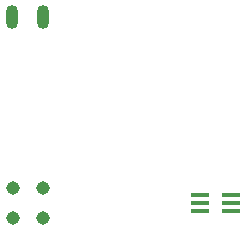
<source format=gbr>
%TF.GenerationSoftware,KiCad,Pcbnew,7.0.5-7.0.5~ubuntu22.04.1*%
%TF.CreationDate,2023-06-17T08:47:51-06:00*%
%TF.ProjectId,smart-usb,736d6172-742d-4757-9362-2e6b69636164,rev?*%
%TF.SameCoordinates,Original*%
%TF.FileFunction,Paste,Top*%
%TF.FilePolarity,Positive*%
%FSLAX46Y46*%
G04 Gerber Fmt 4.6, Leading zero omitted, Abs format (unit mm)*
G04 Created by KiCad (PCBNEW 7.0.5-7.0.5~ubuntu22.04.1) date 2023-06-17 08:47:51*
%MOMM*%
%LPD*%
G01*
G04 APERTURE LIST*
%ADD10O,1.016000X2.032000*%
%ADD11C,1.143000*%
%ADD12R,1.500000X0.400000*%
G04 APERTURE END LIST*
D10*
%TO.C,U1*%
X143383120Y-59250000D03*
X140833120Y-59250000D03*
D11*
X143384317Y-76254187D03*
X140844317Y-76254187D03*
X143384317Y-73714187D03*
X140844317Y-73714187D03*
%TD*%
D12*
%TO.C,U2*%
X159330000Y-75650000D03*
X159330000Y-75000000D03*
X159330000Y-74350000D03*
X156670000Y-74350000D03*
X156670000Y-75000000D03*
X156670000Y-75650000D03*
%TD*%
M02*

</source>
